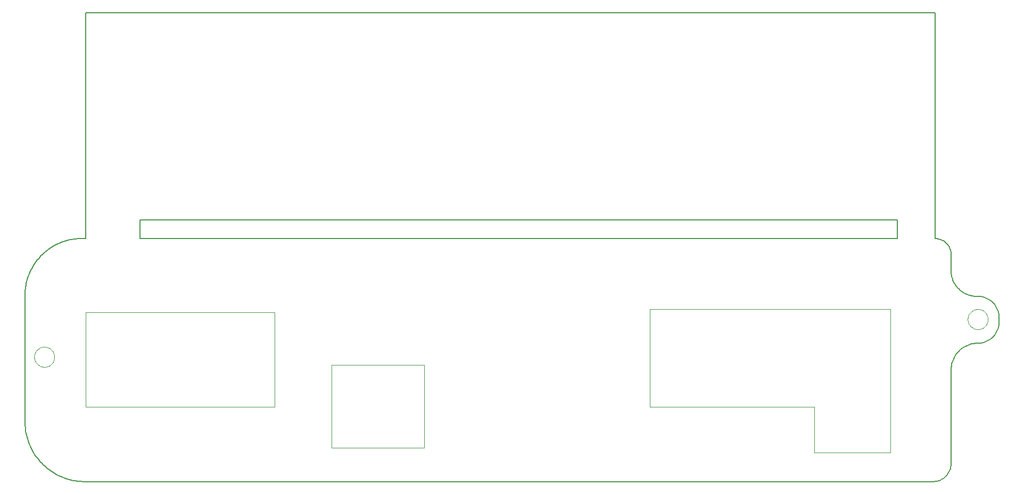
<source format=gko>
G75*
%MOIN*%
%OFA0B0*%
%FSLAX24Y24*%
%IPPOS*%
%LPD*%
%AMOC8*
5,1,8,0,0,1.08239X$1,22.5*
%
%ADD10C,0.0079*%
%ADD11C,0.0000*%
%ADD12C,0.0039*%
D10*
X004172Y000243D02*
X057297Y000243D01*
X057362Y000245D01*
X057428Y000251D01*
X057492Y000260D01*
X057556Y000273D01*
X057620Y000290D01*
X057682Y000311D01*
X057743Y000335D01*
X057802Y000363D01*
X057860Y000394D01*
X057915Y000428D01*
X057969Y000466D01*
X058020Y000506D01*
X058069Y000550D01*
X058115Y000596D01*
X058159Y000645D01*
X058199Y000696D01*
X058237Y000750D01*
X058271Y000806D01*
X058302Y000863D01*
X058330Y000922D01*
X058354Y000983D01*
X058375Y001045D01*
X058392Y001109D01*
X058405Y001173D01*
X058414Y001237D01*
X058420Y001303D01*
X058422Y001368D01*
X058422Y007243D01*
X058424Y007323D01*
X058430Y007403D01*
X058439Y007483D01*
X058453Y007562D01*
X058470Y007641D01*
X058490Y007719D01*
X058515Y007795D01*
X058543Y007870D01*
X058575Y007944D01*
X058610Y008016D01*
X058648Y008087D01*
X058690Y008156D01*
X058735Y008222D01*
X058783Y008286D01*
X058834Y008348D01*
X058888Y008408D01*
X058945Y008465D01*
X059005Y008519D01*
X059067Y008570D01*
X059131Y008618D01*
X059197Y008663D01*
X059266Y008705D01*
X059337Y008743D01*
X059409Y008778D01*
X059483Y008810D01*
X059558Y008838D01*
X059634Y008863D01*
X059712Y008883D01*
X059791Y008900D01*
X059870Y008914D01*
X059950Y008923D01*
X060030Y008929D01*
X060110Y008931D01*
X060110Y008930D02*
X060181Y008932D01*
X060252Y008938D01*
X060322Y008947D01*
X060392Y008961D01*
X060461Y008978D01*
X060529Y008999D01*
X060596Y009023D01*
X060661Y009051D01*
X060725Y009083D01*
X060787Y009118D01*
X060847Y009156D01*
X060905Y009198D01*
X060960Y009242D01*
X061013Y009290D01*
X061063Y009340D01*
X061111Y009393D01*
X061155Y009448D01*
X061197Y009506D01*
X061235Y009566D01*
X061270Y009628D01*
X061302Y009692D01*
X061330Y009757D01*
X061354Y009824D01*
X061375Y009892D01*
X061392Y009961D01*
X061406Y010031D01*
X061415Y010101D01*
X061421Y010172D01*
X061423Y010243D01*
X061422Y010243D02*
X061422Y010555D01*
X061423Y010555D02*
X061421Y010626D01*
X061415Y010697D01*
X061406Y010767D01*
X061392Y010837D01*
X061375Y010906D01*
X061354Y010974D01*
X061330Y011041D01*
X061302Y011106D01*
X061270Y011170D01*
X061235Y011232D01*
X061197Y011292D01*
X061155Y011350D01*
X061111Y011405D01*
X061063Y011458D01*
X061013Y011508D01*
X060960Y011556D01*
X060905Y011600D01*
X060847Y011642D01*
X060787Y011680D01*
X060725Y011715D01*
X060661Y011747D01*
X060596Y011775D01*
X060529Y011799D01*
X060461Y011820D01*
X060392Y011837D01*
X060322Y011851D01*
X060252Y011860D01*
X060181Y011866D01*
X060110Y011868D01*
X058422Y013430D02*
X058422Y014493D01*
X058420Y014553D01*
X058415Y014614D01*
X058406Y014673D01*
X058393Y014732D01*
X058377Y014791D01*
X058357Y014848D01*
X058334Y014903D01*
X058307Y014958D01*
X058278Y015010D01*
X058245Y015061D01*
X058209Y015110D01*
X058171Y015156D01*
X058129Y015200D01*
X058085Y015242D01*
X058039Y015280D01*
X057990Y015316D01*
X057939Y015349D01*
X057887Y015378D01*
X057832Y015405D01*
X057777Y015428D01*
X057720Y015448D01*
X057661Y015464D01*
X057602Y015477D01*
X057543Y015486D01*
X057482Y015491D01*
X057422Y015493D01*
X057422Y029680D01*
X004235Y029680D01*
X004235Y015555D01*
X004233Y015541D01*
X004229Y015528D01*
X004221Y015516D01*
X004211Y015506D01*
X004199Y015498D01*
X004186Y015494D01*
X004172Y015492D01*
X007610Y015493D02*
X007610Y016680D01*
X055047Y016680D01*
X055047Y015493D01*
X007610Y015493D01*
X004172Y015492D02*
X004056Y015496D01*
X003939Y015497D01*
X003822Y015493D01*
X003706Y015486D01*
X003590Y015475D01*
X003474Y015460D01*
X003359Y015442D01*
X003244Y015419D01*
X003130Y015393D01*
X003018Y015363D01*
X002906Y015330D01*
X002795Y015293D01*
X002686Y015252D01*
X002578Y015208D01*
X002471Y015160D01*
X002366Y015109D01*
X002263Y015054D01*
X002162Y014996D01*
X002063Y014935D01*
X001965Y014870D01*
X001870Y014802D01*
X001777Y014732D01*
X001687Y014658D01*
X001599Y014581D01*
X001513Y014502D01*
X001431Y014420D01*
X001350Y014335D01*
X001273Y014247D01*
X001199Y014157D01*
X001127Y014065D01*
X001059Y013970D01*
X000994Y013873D01*
X000932Y013774D01*
X000873Y013674D01*
X000818Y013571D01*
X000766Y013466D01*
X000717Y013360D01*
X000672Y013253D01*
X000631Y013143D01*
X000593Y013033D01*
X000559Y012921D01*
X000528Y012809D01*
X000501Y012695D01*
X000478Y012581D01*
X000458Y012466D01*
X000443Y012350D01*
X000431Y012234D01*
X000423Y012117D01*
X000422Y012118D02*
X000422Y003993D01*
X000424Y003873D01*
X000430Y003753D01*
X000439Y003633D01*
X000453Y003513D01*
X000470Y003395D01*
X000491Y003276D01*
X000516Y003159D01*
X000545Y003042D01*
X000577Y002926D01*
X000613Y002811D01*
X000653Y002698D01*
X000696Y002586D01*
X000743Y002475D01*
X000793Y002366D01*
X000847Y002258D01*
X000905Y002153D01*
X000965Y002049D01*
X001029Y001947D01*
X001096Y001848D01*
X001167Y001750D01*
X001240Y001655D01*
X001317Y001562D01*
X001396Y001472D01*
X001478Y001384D01*
X001563Y001299D01*
X001651Y001217D01*
X001741Y001138D01*
X001834Y001061D01*
X001929Y000988D01*
X002027Y000917D01*
X002126Y000850D01*
X002228Y000786D01*
X002332Y000726D01*
X002437Y000668D01*
X002545Y000614D01*
X002654Y000564D01*
X002765Y000517D01*
X002877Y000474D01*
X002990Y000434D01*
X003105Y000398D01*
X003221Y000366D01*
X003338Y000337D01*
X003455Y000312D01*
X003574Y000291D01*
X003692Y000274D01*
X003812Y000260D01*
X003932Y000251D01*
X004052Y000245D01*
X004172Y000243D01*
X058422Y013431D02*
X058427Y013351D01*
X058436Y013272D01*
X058449Y013193D01*
X058466Y013115D01*
X058486Y013038D01*
X058510Y012962D01*
X058538Y012887D01*
X058570Y012813D01*
X058605Y012742D01*
X058644Y012672D01*
X058685Y012604D01*
X058731Y012538D01*
X058779Y012475D01*
X058831Y012414D01*
X058885Y012356D01*
X058942Y012300D01*
X059002Y012247D01*
X059065Y012197D01*
X059129Y012151D01*
X059196Y012107D01*
X059265Y012067D01*
X059336Y012031D01*
X059409Y011997D01*
X059483Y011968D01*
X059558Y011942D01*
X059635Y011920D01*
X059713Y011902D01*
X059791Y011887D01*
X059870Y011877D01*
X059950Y011870D01*
X060030Y011867D01*
X060109Y011868D01*
D11*
X059467Y010430D02*
X059469Y010480D01*
X059475Y010530D01*
X059485Y010579D01*
X059499Y010627D01*
X059516Y010674D01*
X059537Y010719D01*
X059562Y010763D01*
X059590Y010804D01*
X059622Y010843D01*
X059656Y010880D01*
X059693Y010914D01*
X059733Y010944D01*
X059775Y010971D01*
X059819Y010995D01*
X059865Y011016D01*
X059912Y011032D01*
X059960Y011045D01*
X060010Y011054D01*
X060059Y011059D01*
X060110Y011060D01*
X060160Y011057D01*
X060209Y011050D01*
X060258Y011039D01*
X060306Y011024D01*
X060352Y011006D01*
X060397Y010984D01*
X060440Y010958D01*
X060481Y010929D01*
X060520Y010897D01*
X060556Y010862D01*
X060588Y010824D01*
X060618Y010784D01*
X060645Y010741D01*
X060668Y010697D01*
X060687Y010651D01*
X060703Y010603D01*
X060715Y010554D01*
X060723Y010505D01*
X060727Y010455D01*
X060727Y010405D01*
X060723Y010355D01*
X060715Y010306D01*
X060703Y010257D01*
X060687Y010209D01*
X060668Y010163D01*
X060645Y010119D01*
X060618Y010076D01*
X060588Y010036D01*
X060556Y009998D01*
X060520Y009963D01*
X060481Y009931D01*
X060440Y009902D01*
X060397Y009876D01*
X060352Y009854D01*
X060306Y009836D01*
X060258Y009821D01*
X060209Y009810D01*
X060160Y009803D01*
X060110Y009800D01*
X060059Y009801D01*
X060010Y009806D01*
X059960Y009815D01*
X059912Y009828D01*
X059865Y009844D01*
X059819Y009865D01*
X059775Y009889D01*
X059733Y009916D01*
X059693Y009946D01*
X059656Y009980D01*
X059622Y010017D01*
X059590Y010056D01*
X059562Y010097D01*
X059537Y010141D01*
X059516Y010186D01*
X059499Y010233D01*
X059485Y010281D01*
X059475Y010330D01*
X059469Y010380D01*
X059467Y010430D01*
X001002Y008068D02*
X001004Y008118D01*
X001010Y008168D01*
X001020Y008217D01*
X001034Y008265D01*
X001051Y008312D01*
X001072Y008357D01*
X001097Y008401D01*
X001125Y008442D01*
X001157Y008481D01*
X001191Y008518D01*
X001228Y008552D01*
X001268Y008582D01*
X001310Y008609D01*
X001354Y008633D01*
X001400Y008654D01*
X001447Y008670D01*
X001495Y008683D01*
X001545Y008692D01*
X001594Y008697D01*
X001645Y008698D01*
X001695Y008695D01*
X001744Y008688D01*
X001793Y008677D01*
X001841Y008662D01*
X001887Y008644D01*
X001932Y008622D01*
X001975Y008596D01*
X002016Y008567D01*
X002055Y008535D01*
X002091Y008500D01*
X002123Y008462D01*
X002153Y008422D01*
X002180Y008379D01*
X002203Y008335D01*
X002222Y008289D01*
X002238Y008241D01*
X002250Y008192D01*
X002258Y008143D01*
X002262Y008093D01*
X002262Y008043D01*
X002258Y007993D01*
X002250Y007944D01*
X002238Y007895D01*
X002222Y007847D01*
X002203Y007801D01*
X002180Y007757D01*
X002153Y007714D01*
X002123Y007674D01*
X002091Y007636D01*
X002055Y007601D01*
X002016Y007569D01*
X001975Y007540D01*
X001932Y007514D01*
X001887Y007492D01*
X001841Y007474D01*
X001793Y007459D01*
X001744Y007448D01*
X001695Y007441D01*
X001645Y007438D01*
X001594Y007439D01*
X001545Y007444D01*
X001495Y007453D01*
X001447Y007466D01*
X001400Y007482D01*
X001354Y007503D01*
X001310Y007527D01*
X001268Y007554D01*
X001228Y007584D01*
X001191Y007618D01*
X001157Y007655D01*
X001125Y007694D01*
X001097Y007735D01*
X001072Y007779D01*
X001051Y007824D01*
X001034Y007871D01*
X001020Y007919D01*
X001010Y007968D01*
X001004Y008018D01*
X001002Y008068D01*
D12*
X004235Y010868D02*
X004235Y004930D01*
X016047Y004930D01*
X016047Y010868D01*
X004235Y010868D01*
X019610Y007555D02*
X019610Y002368D01*
X025422Y002368D01*
X025422Y007555D01*
X019610Y007555D01*
X039547Y004930D02*
X049860Y004930D01*
X049860Y002055D01*
X054610Y002055D01*
X054610Y011055D01*
X039547Y011055D01*
X039547Y004930D01*
M02*

</source>
